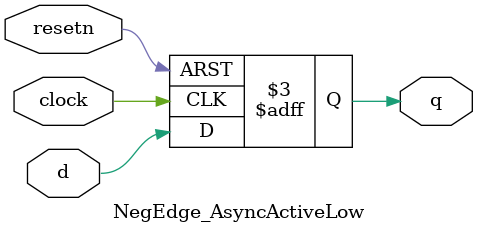
<source format=v>

module NegEdge_AsyncActiveLow(d, clock, resetn, q);
    input d, clock, resetn;
    output reg q;
	 
    always@(negedge clock, negedge resetn) 
        begin
            if (resetn == 1'b0)
                q <= 0; 
            else
                q <= d;
        end
endmodule

</source>
